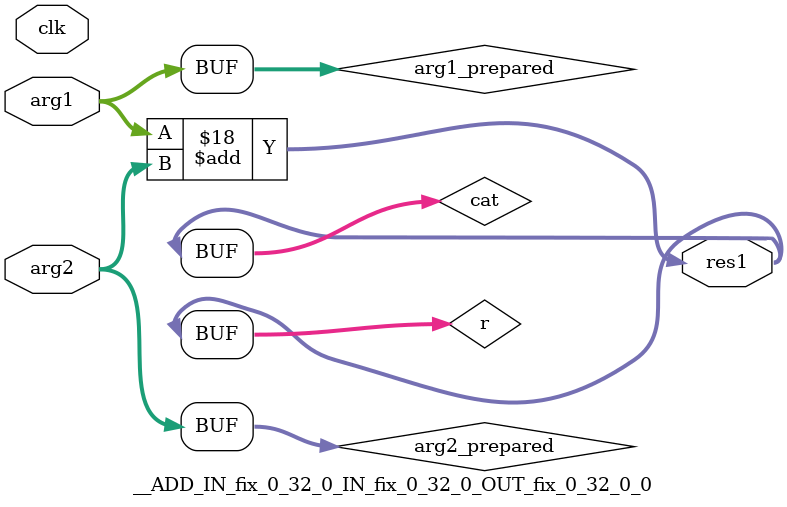
<source format=sv>

module __FIFO_IN_64_OUT_64_1 (input [63:0] arg1, output [63:0] res1, input clk);
  reg [63:0] r[0:0];

  integer i;
  always @ (posedge clk) begin
    for (i = 0; i != 0; i = i - 1) begin
      r[i] <= r[i - 1];
    end
    r[0] <= arg1;
  end
  assign res1 = r[0];
endmodule // __FIFO_IN_64_OUT_64_1

module __FIFO_IN_32_OUT_32_9 (input [31:0] arg1, output [31:0] res1, input clk);
  reg [31:0] r[8:0];

  integer i;
  always @ (posedge clk) begin
    for (i = 8; i != 0; i = i - 1) begin
      r[i] <= r[i - 1];
    end
    r[0] <= arg1;
  end
  assign res1 = r[8];
endmodule // __FIFO_IN_32_OUT_32_9

module __FIFO_IN_21_OUT_21_1 (input [20:0] arg1, output [20:0] res1, input clk);
  reg [20:0] r[0:0];

  integer i;
  always @ (posedge clk) begin
    for (i = 0; i != 0; i = i - 1) begin
      r[i] <= r[i - 1];
    end
    r[0] <= arg1;
  end
  assign res1 = r[0];
endmodule // __FIFO_IN_21_OUT_21_1

module __FIFO_IN_11_OUT_11_1 (input [10:0] arg1, output [10:0] res1, input clk);
  reg [10:0] r[0:0];

  integer i;
  always @ (posedge clk) begin
    for (i = 0; i != 0; i = i - 1) begin
      r[i] <= r[i - 1];
    end
    r[0] <= arg1;
  end
  assign res1 = r[0];
endmodule // __FIFO_IN_11_OUT_11_1

module __FIFO_IN_32_OUT_32_8 (input [31:0] arg1, output [31:0] res1, input clk);
  reg [31:0] r[7:0];

  integer i;
  always @ (posedge clk) begin
    for (i = 7; i != 0; i = i - 1) begin
      r[i] <= r[i - 1];
    end
    r[0] <= arg1;
  end
  assign res1 = r[7];
endmodule // __FIFO_IN_32_OUT_32_8

module __FIFO_IN_24_OUT_24_1 (input [23:0] arg1, output [23:0] res1, input clk);
  reg [23:0] r[0:0];

  integer i;
  always @ (posedge clk) begin
    for (i = 0; i != 0; i = i - 1) begin
      r[i] <= r[i - 1];
    end
    r[0] <= arg1;
  end
  assign res1 = r[0];
endmodule // __FIFO_IN_24_OUT_24_1

module __FIFO_IN_32_OUT_32_7 (input [31:0] arg1, output [31:0] res1, input clk);
  reg [31:0] r[6:0];

  integer i;
  always @ (posedge clk) begin
    for (i = 6; i != 0; i = i - 1) begin
      r[i] <= r[i - 1];
    end
    r[0] <= arg1;
  end
  assign res1 = r[6];
endmodule // __FIFO_IN_32_OUT_32_7

module __FIFO_IN_12_OUT_12_1 (input [11:0] arg1, output [11:0] res1, input clk);
  reg [11:0] r[0:0];

  integer i;
  always @ (posedge clk) begin
    for (i = 0; i != 0; i = i - 1) begin
      r[i] <= r[i - 1];
    end
    r[0] <= arg1;
  end
  assign res1 = r[0];
endmodule // __FIFO_IN_12_OUT_12_1

module __FIFO_IN_32_OUT_32_6 (input [31:0] arg1, output [31:0] res1, input clk);
  reg [31:0] r[5:0];

  integer i;
  always @ (posedge clk) begin
    for (i = 5; i != 0; i = i - 1) begin
      r[i] <= r[i - 1];
    end
    r[0] <= arg1;
  end
  assign res1 = r[5];
endmodule // __FIFO_IN_32_OUT_32_6

module __FIFO_IN_32_OUT_32_5 (input [31:0] arg1, output [31:0] res1, input clk);
  reg [31:0] r[4:0];

  integer i;
  always @ (posedge clk) begin
    for (i = 4; i != 0; i = i - 1) begin
      r[i] <= r[i - 1];
    end
    r[0] <= arg1;
  end
  assign res1 = r[4];
endmodule // __FIFO_IN_32_OUT_32_5

module __FIFO_IN_32_OUT_32_4 (input [31:0] arg1, output [31:0] res1, input clk);
  reg [31:0] r[3:0];

  integer i;
  always @ (posedge clk) begin
    for (i = 3; i != 0; i = i - 1) begin
      r[i] <= r[i - 1];
    end
    r[0] <= arg1;
  end
  assign res1 = r[3];
endmodule // __FIFO_IN_32_OUT_32_4

module __FIFO_IN_32_OUT_32_3 (input [31:0] arg1, output [31:0] res1, input clk);
  reg [31:0] r[2:0];

  integer i;
  always @ (posedge clk) begin
    for (i = 2; i != 0; i = i - 1) begin
      r[i] <= r[i - 1];
    end
    r[0] <= arg1;
  end
  assign res1 = r[2];
endmodule // __FIFO_IN_32_OUT_32_3

module __FIFO_IN_20_OUT_20_1 (input [19:0] arg1, output [19:0] res1, input clk);
  reg [19:0] r[0:0];

  integer i;
  always @ (posedge clk) begin
    for (i = 0; i != 0; i = i - 1) begin
      r[i] <= r[i - 1];
    end
    r[0] <= arg1;
  end
  assign res1 = r[0];
endmodule // __FIFO_IN_20_OUT_20_1

module __FIFO_IN_32_OUT_32_2 (input [31:0] arg1, output [31:0] res1, input clk);
  reg [31:0] r[1:0];

  integer i;
  always @ (posedge clk) begin
    for (i = 1; i != 0; i = i - 1) begin
      r[i] <= r[i - 1];
    end
    r[0] <= arg1;
  end
  assign res1 = r[1];
endmodule // __FIFO_IN_32_OUT_32_2

module __FIFO_IN_4_OUT_4_1 (input [3:0] arg1, output [3:0] res1, input clk);
  reg [3:0] r[0:0];

  integer i;
  always @ (posedge clk) begin
    for (i = 0; i != 0; i = i - 1) begin
      r[i] <= r[i - 1];
    end
    r[0] <= arg1;
  end
  assign res1 = r[0];
endmodule // __FIFO_IN_4_OUT_4_1

module __FIFO_IN_8_OUT_8_1 (input [7:0] arg1, output [7:0] res1, input clk);
  reg [7:0] r[0:0];

  integer i;
  always @ (posedge clk) begin
    for (i = 0; i != 0; i = i - 1) begin
      r[i] <= r[i - 1];
    end
    r[0] <= arg1;
  end
  assign res1 = r[0];
endmodule // __FIFO_IN_8_OUT_8_1

module __FIFO_IN_32_OUT_32_1 (input [31:0] arg1, output [31:0] res1, input clk);
  reg [31:0] r[0:0];

  integer i;
  always @ (posedge clk) begin
    for (i = 0; i != 0; i = i - 1) begin
      r[i] <= r[i - 1];
    end
    r[0] <= arg1;
  end
  assign res1 = r[0];
endmodule // __FIFO_IN_32_OUT_32_1


module __CAST_IN_bits_32_OUT_fix_0_32_0_0 (input [31:0] arg1, output [31:0] res1, input clk);
  wire [31:0] cat;

  assign cat = {{0{1'h0}}, arg1};
  assign res1 = cat[31:0];
endmodule // __CAST_IN_bits_32_OUT_fix_0_32_0_0



module __ADD_IN_fix_0_32_0_IN_fix_0_32_0_OUT_fix_0_32_0_0 (input [31:0] arg1, input [31:0] arg2, output [31:0] res1, input clk);
  wire [31:0] r;
  wire [31:0] cat;

  wire [31:0] arg1_prepared;
  wire [31:0] arg2_prepared;

  assign arg1_prepared = {{0{1'h0}}, arg1};
  assign arg2_prepared = {{0{1'h0}}, arg2};

  assign r = arg1_prepared + arg2_prepared;

  assign cat = {{0{1'h0}}, r};
  assign res1 = cat[31:0];
endmodule // __ADD_IN_fix_0_32_0_IN_fix_0_32_0_OUT_fix_0_32_0_0




</source>
